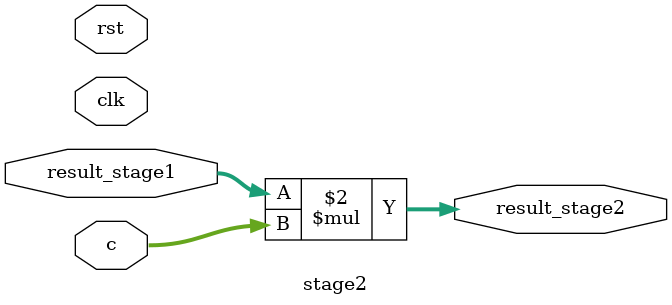
<source format=v>
module hw2_pipe (
    input  [7:0] a, b, c,
    input  s, clk, rst, 
    output [15:0] d 
);
    wire [8:0] result_stage1;

    stage1 s1 (a, b, s, clk, rst, result_stage1);

    reg [8:0] result_stage1_reg;
    reg [7:0] c_stage1_reg;
    always @ (posedge clk or posedge rst) begin
        if (rst) begin
            result_stage1_reg <= 0;
            c_stage1_reg <= 0;
        end else begin
            result_stage1_reg <= result_stage1;
            c_stage1_reg <= c;
        end
    end

    wire [15:0] result_stage2;
    wire [8:0] tmp_c = {1'b0, c_stage1_reg}; 
    stage2 s2 (result_stage1_reg, tmp_c, clk, rst, result_stage2);

    reg [15:0] result_stage2_reg;
    
    always @ (posedge clk or posedge rst) begin
        if (rst) begin
            result_stage2_reg <= 0;
        end else begin
            result_stage2_reg <= result_stage2;
        end
    end
    assign d = result_stage2_reg;

endmodule

module stage1 (
    input  [7:0] a, b,
    input  s, clk, rst,
    output reg [8:0] result
);
    always @ (*) begin
        if (s) begin
            result = a + b;
        end else begin
            result = a - b;
        end
    end

endmodule

module stage2 (
    input  [8:0] result_stage1,
    input  [8:0] c, 
    input  clk, rst, 
    output reg [15:0] result_stage2
);
    always @ (*) begin
        result_stage2 = result_stage1 * c;
    end

endmodule
</source>
